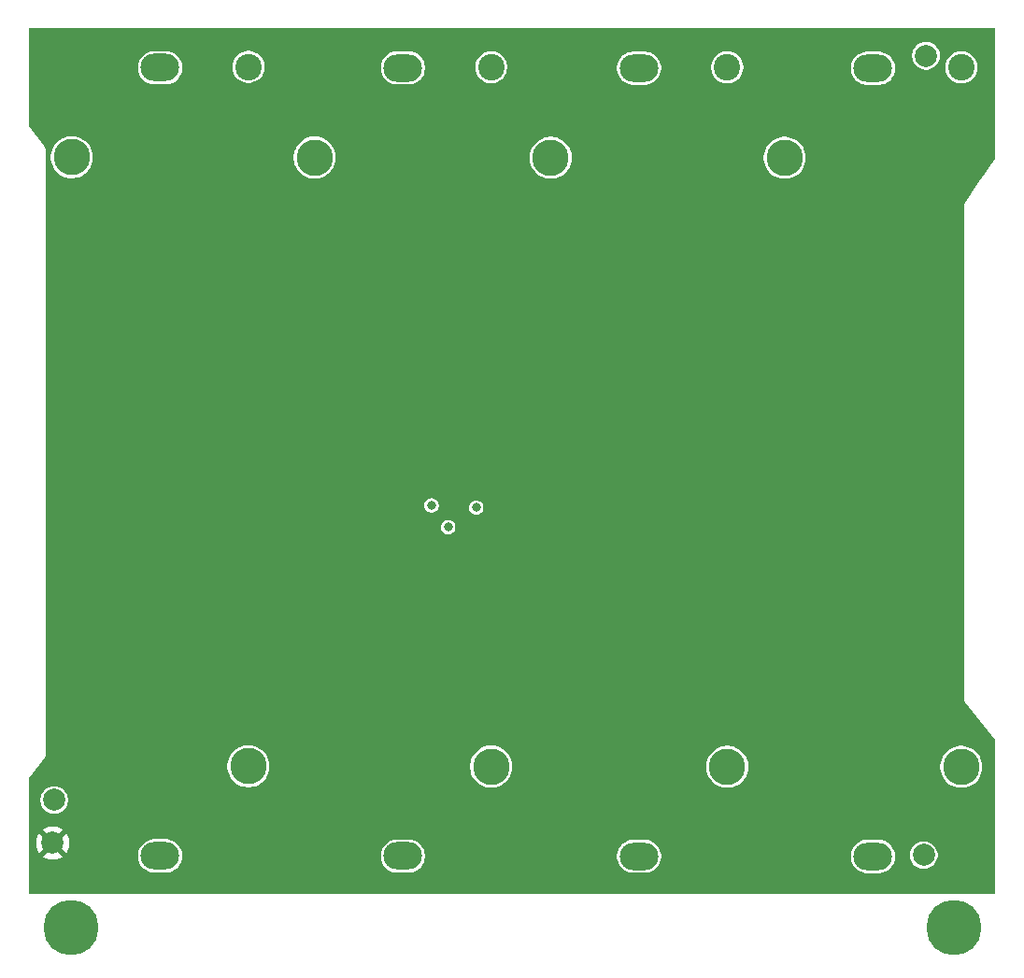
<source format=gbr>
%TF.GenerationSoftware,KiCad,Pcbnew,9.0.0*%
%TF.CreationDate,2025-05-14T15:36:39-07:00*%
%TF.ProjectId,battery_pack_v1a,62617474-6572-4795-9f70-61636b5f7631,rev?*%
%TF.SameCoordinates,Original*%
%TF.FileFunction,Copper,L2,Inr*%
%TF.FilePolarity,Positive*%
%FSLAX46Y46*%
G04 Gerber Fmt 4.6, Leading zero omitted, Abs format (unit mm)*
G04 Created by KiCad (PCBNEW 9.0.0) date 2025-05-14 15:36:39*
%MOMM*%
%LPD*%
G01*
G04 APERTURE LIST*
%TA.AperFunction,ComponentPad*%
%ADD10C,5.000000*%
%TD*%
%TA.AperFunction,ComponentPad*%
%ADD11C,3.300000*%
%TD*%
%TA.AperFunction,ComponentPad*%
%ADD12C,2.400000*%
%TD*%
%TA.AperFunction,ComponentPad*%
%ADD13O,3.500000X2.500000*%
%TD*%
%TA.AperFunction,ComponentPad*%
%ADD14C,2.000000*%
%TD*%
%TA.AperFunction,ViaPad*%
%ADD15C,0.800000*%
%TD*%
G04 APERTURE END LIST*
D10*
%TO.N,Chassis Ground*%
%TO.C,*%
X194500000Y-131530000D03*
%TD*%
D11*
%TO.N,*%
%TO.C,BT3*%
X130600000Y-116950000D03*
X114600000Y-61750000D03*
D12*
X130600000Y-53550000D03*
D13*
%TO.N,BM*%
X122600000Y-53630000D03*
%TO.N,B-*%
X122600000Y-125070000D03*
%TD*%
D14*
%TO.N,B-*%
%TO.C,TP2*%
X113000000Y-120000000D03*
%TD*%
%TO.N,PACK+*%
%TO.C,TP5*%
X192000000Y-52550000D03*
%TD*%
D11*
%TO.N,*%
%TO.C,BT1*%
X152600000Y-116970000D03*
X136600000Y-61770000D03*
D12*
X152600000Y-53570000D03*
D13*
%TO.N,BM*%
X144600000Y-53650000D03*
%TO.N,B-*%
X144600000Y-125090000D03*
%TD*%
D11*
%TO.N,*%
%TO.C,BT2*%
X174000000Y-116990000D03*
X158000000Y-61790000D03*
D12*
X174000000Y-53590000D03*
D13*
%TO.N,PACK+*%
X166000000Y-53670000D03*
%TO.N,BM*%
X166000000Y-125110000D03*
%TD*%
D10*
%TO.N,Chassis Ground*%
%TO.C,*%
X114500000Y-131530000D03*
%TD*%
D14*
%TO.N,PACK-*%
%TO.C,TP4*%
X112860000Y-123900000D03*
%TD*%
%TO.N,BM*%
%TO.C,TP3*%
X191800000Y-125000000D03*
%TD*%
D11*
%TO.N,*%
%TO.C,BT4*%
X195200000Y-117000000D03*
X179200000Y-61800000D03*
D12*
X195200000Y-53600000D03*
D13*
%TO.N,PACK+*%
X187200000Y-53680000D03*
%TO.N,BM*%
X187200000Y-125120000D03*
%TD*%
D15*
%TO.N,/VDD*%
X147190097Y-93301507D03*
X148705560Y-95268460D03*
%TO.N,PACK-*%
X121900000Y-58800000D03*
X182700000Y-108700000D03*
X139800000Y-51400000D03*
X163700000Y-77600000D03*
X169300000Y-64000000D03*
X144500000Y-99600000D03*
X158000000Y-80700000D03*
X158200000Y-78200000D03*
X169700000Y-75900000D03*
X179000000Y-121700000D03*
X144500000Y-100700000D03*
X146000000Y-61000000D03*
X129800000Y-111500000D03*
X183000000Y-128000000D03*
X163700000Y-75200000D03*
X163700000Y-80200000D03*
X147800000Y-118000000D03*
X147500000Y-107900000D03*
X161300000Y-96400000D03*
X168300000Y-83100000D03*
X137000000Y-115500000D03*
X153600000Y-69100000D03*
X118300000Y-116900000D03*
X126700000Y-63900000D03*
X141800000Y-118900000D03*
X165500000Y-63400000D03*
X157775506Y-84775506D03*
X175132930Y-122786059D03*
X158700000Y-99000000D03*
X159925506Y-82625506D03*
X153200000Y-100100000D03*
X169500000Y-77600000D03*
X150200000Y-100000000D03*
X190900000Y-108600000D03*
X130100000Y-58800000D03*
X121400000Y-63700000D03*
X151070035Y-56949400D03*
X140200000Y-55800000D03*
X160800000Y-115900000D03*
X131300000Y-123000000D03*
X154400000Y-94250000D03*
X169300000Y-79500000D03*
X136000000Y-123000000D03*
X135350000Y-56400000D03*
X153600000Y-73900000D03*
X154600000Y-59800000D03*
X175000000Y-127200000D03*
X159200000Y-120700000D03*
X153300000Y-98200000D03*
X144500000Y-118000000D03*
X153800000Y-78300000D03*
X120700000Y-109400000D03*
X147900000Y-99400000D03*
X160100000Y-97800000D03*
X169300000Y-73500000D03*
X129650000Y-51300000D03*
X120200000Y-123300000D03*
X158100000Y-69300000D03*
X127300000Y-115600000D03*
X133300000Y-51300000D03*
X153600000Y-80400000D03*
X144500000Y-98600000D03*
X150000000Y-65000000D03*
X169400000Y-81600000D03*
X144500000Y-96700000D03*
X144500000Y-97700000D03*
X163800000Y-73400000D03*
X158475506Y-84075506D03*
X159125506Y-83425506D03*
X158200000Y-73700000D03*
X144600000Y-115200000D03*
X140000000Y-124000000D03*
X163700000Y-81700000D03*
%TO.N,BM*%
X151250000Y-93500000D03*
%TD*%
%TA.AperFunction,Conductor*%
%TO.N,PACK-*%
G36*
X198241621Y-50020002D02*
G01*
X198288114Y-50073658D01*
X198299500Y-50126000D01*
X198299500Y-61837863D01*
X198279498Y-61905984D01*
X198275284Y-61912133D01*
X196868071Y-63840650D01*
X196868070Y-63840651D01*
X196858239Y-63854122D01*
X196853627Y-63857291D01*
X196834867Y-63886150D01*
X196832846Y-63888921D01*
X196832841Y-63888930D01*
X196814524Y-63914034D01*
X196812784Y-63917788D01*
X196804116Y-63933459D01*
X195550557Y-65862011D01*
X195550558Y-65862012D01*
X195543355Y-65873094D01*
X195530024Y-65886426D01*
X195521827Y-65906213D01*
X195515505Y-65915940D01*
X195515505Y-65915941D01*
X195510157Y-65924169D01*
X195510156Y-65924171D01*
X195509127Y-65929711D01*
X195501660Y-65954902D01*
X195499500Y-65960115D01*
X195499500Y-65969929D01*
X195497380Y-65992943D01*
X195495587Y-66002589D01*
X195495587Y-66002591D01*
X195496756Y-66008097D01*
X195499500Y-66034248D01*
X195499500Y-110988893D01*
X195496322Y-111017497D01*
X195499500Y-111028464D01*
X195499500Y-111039882D01*
X195510512Y-111066469D01*
X195518522Y-111094109D01*
X195525651Y-111103021D01*
X195530022Y-111113572D01*
X195530023Y-111113573D01*
X195530024Y-111113574D01*
X195545443Y-111128993D01*
X195554730Y-111139369D01*
X198271889Y-114535817D01*
X198298825Y-114601506D01*
X198299500Y-114614529D01*
X198299500Y-128374000D01*
X198279498Y-128442121D01*
X198225842Y-128488614D01*
X198173500Y-128500000D01*
X110826500Y-128500000D01*
X110758379Y-128479998D01*
X110711886Y-128426342D01*
X110700500Y-128374000D01*
X110700500Y-123781321D01*
X111352000Y-123781321D01*
X111352000Y-124018678D01*
X111389133Y-124253129D01*
X111462480Y-124478867D01*
X111570246Y-124690368D01*
X111629230Y-124771556D01*
X111629232Y-124771556D01*
X112375841Y-124024946D01*
X112394075Y-124092993D01*
X112459901Y-124207007D01*
X112552993Y-124300099D01*
X112667007Y-124365925D01*
X112735051Y-124384157D01*
X111988442Y-125130766D01*
X112069636Y-125189756D01*
X112069637Y-125189757D01*
X112281132Y-125297519D01*
X112506870Y-125370866D01*
X112741321Y-125408000D01*
X112978679Y-125408000D01*
X113213129Y-125370866D01*
X113438867Y-125297519D01*
X113650367Y-125189754D01*
X113731556Y-125130767D01*
X113731556Y-125130765D01*
X113552384Y-124951593D01*
X120595500Y-124951593D01*
X120595500Y-125188407D01*
X120632546Y-125422305D01*
X120632547Y-125422310D01*
X120705723Y-125647522D01*
X120705725Y-125647527D01*
X120813236Y-125858530D01*
X120813238Y-125858533D01*
X120952433Y-126050118D01*
X121119881Y-126217566D01*
X121170716Y-126254500D01*
X121311470Y-126356764D01*
X121522473Y-126464275D01*
X121747695Y-126537454D01*
X121981593Y-126574500D01*
X121981596Y-126574500D01*
X123218404Y-126574500D01*
X123218407Y-126574500D01*
X123452305Y-126537454D01*
X123677527Y-126464275D01*
X123888530Y-126356764D01*
X124080116Y-126217568D01*
X124247568Y-126050116D01*
X124386764Y-125858530D01*
X124494275Y-125647527D01*
X124567454Y-125422305D01*
X124604500Y-125188407D01*
X124604500Y-124971593D01*
X142595500Y-124971593D01*
X142595500Y-125208407D01*
X142629379Y-125422310D01*
X142632547Y-125442310D01*
X142699227Y-125647528D01*
X142705725Y-125667527D01*
X142813236Y-125878530D01*
X142813238Y-125878533D01*
X142952433Y-126070118D01*
X143119881Y-126237566D01*
X143161175Y-126267568D01*
X143311470Y-126376764D01*
X143522473Y-126484275D01*
X143747695Y-126557454D01*
X143981593Y-126594500D01*
X143981596Y-126594500D01*
X145218404Y-126594500D01*
X145218407Y-126594500D01*
X145452305Y-126557454D01*
X145677527Y-126484275D01*
X145888530Y-126376764D01*
X146080116Y-126237568D01*
X146247568Y-126070116D01*
X146386764Y-125878530D01*
X146494275Y-125667527D01*
X146567454Y-125442305D01*
X146604500Y-125208407D01*
X146604500Y-124991593D01*
X163995500Y-124991593D01*
X163995500Y-125228407D01*
X164029379Y-125442310D01*
X164032547Y-125462310D01*
X164099227Y-125667528D01*
X164105725Y-125687527D01*
X164213236Y-125898530D01*
X164213238Y-125898533D01*
X164352433Y-126090118D01*
X164519881Y-126257566D01*
X164519884Y-126257568D01*
X164711470Y-126396764D01*
X164922473Y-126504275D01*
X165147695Y-126577454D01*
X165381593Y-126614500D01*
X165381596Y-126614500D01*
X166618404Y-126614500D01*
X166618407Y-126614500D01*
X166852305Y-126577454D01*
X167077527Y-126504275D01*
X167288530Y-126396764D01*
X167480116Y-126257568D01*
X167647568Y-126090116D01*
X167786764Y-125898530D01*
X167894275Y-125687527D01*
X167967454Y-125462305D01*
X168004500Y-125228407D01*
X168004500Y-125001593D01*
X185195500Y-125001593D01*
X185195500Y-125238407D01*
X185227795Y-125442310D01*
X185232547Y-125472310D01*
X185302476Y-125687528D01*
X185305725Y-125697527D01*
X185413236Y-125908530D01*
X185413238Y-125908533D01*
X185552433Y-126100118D01*
X185719881Y-126267566D01*
X185719884Y-126267568D01*
X185911470Y-126406764D01*
X186122473Y-126514275D01*
X186347695Y-126587454D01*
X186581593Y-126624500D01*
X186581596Y-126624500D01*
X187818404Y-126624500D01*
X187818407Y-126624500D01*
X188052305Y-126587454D01*
X188277527Y-126514275D01*
X188488530Y-126406764D01*
X188680116Y-126267568D01*
X188847568Y-126100116D01*
X188986764Y-125908530D01*
X189094275Y-125697527D01*
X189167454Y-125472305D01*
X189204500Y-125238407D01*
X189204500Y-125001593D01*
X189188610Y-124901269D01*
X190545500Y-124901269D01*
X190545500Y-125098731D01*
X190576390Y-125293763D01*
X190576391Y-125293768D01*
X190634403Y-125472310D01*
X190637409Y-125481561D01*
X190727056Y-125657501D01*
X190727058Y-125657504D01*
X190734340Y-125667527D01*
X190843121Y-125817252D01*
X190843123Y-125817254D01*
X190843125Y-125817257D01*
X190982742Y-125956874D01*
X190982745Y-125956876D01*
X190982748Y-125956879D01*
X191142499Y-126072944D01*
X191318439Y-126162591D01*
X191506237Y-126223610D01*
X191701269Y-126254500D01*
X191701272Y-126254500D01*
X191898728Y-126254500D01*
X191898731Y-126254500D01*
X192093763Y-126223610D01*
X192281561Y-126162591D01*
X192457501Y-126072944D01*
X192617252Y-125956879D01*
X192756879Y-125817252D01*
X192872944Y-125657501D01*
X192962591Y-125481561D01*
X193023610Y-125293763D01*
X193054500Y-125098731D01*
X193054500Y-124901269D01*
X193023610Y-124706237D01*
X192962591Y-124518439D01*
X192872944Y-124342499D01*
X192756879Y-124182748D01*
X192756876Y-124182745D01*
X192756874Y-124182742D01*
X192617257Y-124043125D01*
X192617254Y-124043123D01*
X192617252Y-124043121D01*
X192478666Y-123942433D01*
X192457504Y-123927058D01*
X192457503Y-123927057D01*
X192457501Y-123927056D01*
X192281561Y-123837409D01*
X192281558Y-123837408D01*
X192281556Y-123837407D01*
X192093768Y-123776391D01*
X192093764Y-123776390D01*
X192093763Y-123776390D01*
X191898731Y-123745500D01*
X191701269Y-123745500D01*
X191506237Y-123776390D01*
X191506231Y-123776391D01*
X191318443Y-123837407D01*
X191318437Y-123837410D01*
X191142495Y-123927058D01*
X190982745Y-124043123D01*
X190982742Y-124043125D01*
X190843125Y-124182742D01*
X190843123Y-124182745D01*
X190727058Y-124342495D01*
X190637410Y-124518437D01*
X190637407Y-124518443D01*
X190576391Y-124706231D01*
X190576390Y-124706236D01*
X190576390Y-124706237D01*
X190545500Y-124901269D01*
X189188610Y-124901269D01*
X189167454Y-124767695D01*
X189094275Y-124542473D01*
X188986764Y-124331470D01*
X188878711Y-124182748D01*
X188847566Y-124139881D01*
X188680118Y-123972433D01*
X188488533Y-123833238D01*
X188488532Y-123833237D01*
X188488530Y-123833236D01*
X188277527Y-123725725D01*
X188277524Y-123725724D01*
X188277522Y-123725723D01*
X188052310Y-123652547D01*
X188052306Y-123652546D01*
X188052305Y-123652546D01*
X187818407Y-123615500D01*
X186581593Y-123615500D01*
X186347695Y-123652546D01*
X186347689Y-123652547D01*
X186122477Y-123725723D01*
X186122471Y-123725726D01*
X185911466Y-123833238D01*
X185719881Y-123972433D01*
X185552433Y-124139881D01*
X185413238Y-124331466D01*
X185305726Y-124542471D01*
X185305723Y-124542477D01*
X185232547Y-124767689D01*
X185232546Y-124767694D01*
X185232546Y-124767695D01*
X185195500Y-125001593D01*
X168004500Y-125001593D01*
X168004500Y-124991593D01*
X167967454Y-124757695D01*
X167894275Y-124532473D01*
X167786764Y-124321470D01*
X167685972Y-124182742D01*
X167647566Y-124129881D01*
X167480118Y-123962433D01*
X167288533Y-123823238D01*
X167288532Y-123823237D01*
X167288530Y-123823236D01*
X167077527Y-123715725D01*
X167077524Y-123715724D01*
X167077522Y-123715723D01*
X166852310Y-123642547D01*
X166852306Y-123642546D01*
X166852305Y-123642546D01*
X166618407Y-123605500D01*
X165381593Y-123605500D01*
X165147695Y-123642546D01*
X165147689Y-123642547D01*
X164922477Y-123715723D01*
X164922471Y-123715726D01*
X164711466Y-123823238D01*
X164519881Y-123962433D01*
X164352433Y-124129881D01*
X164213238Y-124321466D01*
X164105726Y-124532471D01*
X164105723Y-124532477D01*
X164032547Y-124757689D01*
X164032546Y-124757694D01*
X164032546Y-124757695D01*
X163995500Y-124991593D01*
X146604500Y-124991593D01*
X146604500Y-124971593D01*
X146567454Y-124737695D01*
X146494275Y-124512473D01*
X146386764Y-124301470D01*
X146300503Y-124182742D01*
X146247566Y-124109881D01*
X146080118Y-123942433D01*
X145888533Y-123803238D01*
X145888532Y-123803237D01*
X145888530Y-123803236D01*
X145677527Y-123695725D01*
X145677524Y-123695724D01*
X145677522Y-123695723D01*
X145452310Y-123622547D01*
X145452306Y-123622546D01*
X145452305Y-123622546D01*
X145218407Y-123585500D01*
X143981593Y-123585500D01*
X143747695Y-123622546D01*
X143747689Y-123622547D01*
X143522477Y-123695723D01*
X143522471Y-123695726D01*
X143311466Y-123803238D01*
X143119881Y-123942433D01*
X142952433Y-124109881D01*
X142813238Y-124301466D01*
X142705726Y-124512471D01*
X142705723Y-124512477D01*
X142632547Y-124737689D01*
X142632546Y-124737694D01*
X142632546Y-124737695D01*
X142595500Y-124971593D01*
X124604500Y-124971593D01*
X124604500Y-124951593D01*
X124567454Y-124717695D01*
X124494275Y-124492473D01*
X124386764Y-124281470D01*
X124247568Y-124089884D01*
X124247566Y-124089881D01*
X124080118Y-123922433D01*
X123888533Y-123783238D01*
X123888532Y-123783237D01*
X123888530Y-123783236D01*
X123677527Y-123675725D01*
X123677524Y-123675724D01*
X123677522Y-123675723D01*
X123452310Y-123602547D01*
X123452306Y-123602546D01*
X123452305Y-123602546D01*
X123218407Y-123565500D01*
X121981593Y-123565500D01*
X121747695Y-123602546D01*
X121747689Y-123602547D01*
X121522477Y-123675723D01*
X121522471Y-123675726D01*
X121311466Y-123783238D01*
X121119881Y-123922433D01*
X120952433Y-124089881D01*
X120813238Y-124281466D01*
X120705726Y-124492471D01*
X120705723Y-124492477D01*
X120632547Y-124717689D01*
X120632546Y-124717694D01*
X120632546Y-124717695D01*
X120595500Y-124951593D01*
X113552384Y-124951593D01*
X112984948Y-124384157D01*
X113052993Y-124365925D01*
X113167007Y-124300099D01*
X113260099Y-124207007D01*
X113325925Y-124092993D01*
X113344157Y-124024948D01*
X114090765Y-124771556D01*
X114090767Y-124771556D01*
X114149754Y-124690367D01*
X114257519Y-124478867D01*
X114330866Y-124253129D01*
X114368000Y-124018678D01*
X114368000Y-123781321D01*
X114330866Y-123546870D01*
X114257519Y-123321132D01*
X114149757Y-123109637D01*
X114149756Y-123109636D01*
X114090766Y-123028442D01*
X113344157Y-123775051D01*
X113325925Y-123707007D01*
X113260099Y-123592993D01*
X113167007Y-123499901D01*
X113052993Y-123434075D01*
X112984946Y-123415841D01*
X113731556Y-122669232D01*
X113731556Y-122669230D01*
X113650368Y-122610246D01*
X113438867Y-122502480D01*
X113213129Y-122429133D01*
X112978679Y-122392000D01*
X112741321Y-122392000D01*
X112506870Y-122429133D01*
X112281132Y-122502480D01*
X112069634Y-122610243D01*
X111988442Y-122669231D01*
X112735052Y-123415841D01*
X112667007Y-123434075D01*
X112552993Y-123499901D01*
X112459901Y-123592993D01*
X112394075Y-123707007D01*
X112375841Y-123775052D01*
X111629231Y-123028442D01*
X111570243Y-123109634D01*
X111462480Y-123321132D01*
X111389133Y-123546870D01*
X111352000Y-123781321D01*
X110700500Y-123781321D01*
X110700500Y-119901269D01*
X111745500Y-119901269D01*
X111745500Y-120098731D01*
X111776390Y-120293763D01*
X111776391Y-120293768D01*
X111837407Y-120481556D01*
X111837409Y-120481561D01*
X111927056Y-120657501D01*
X112043121Y-120817252D01*
X112043123Y-120817254D01*
X112043125Y-120817257D01*
X112182742Y-120956874D01*
X112182745Y-120956876D01*
X112182748Y-120956879D01*
X112342499Y-121072944D01*
X112518439Y-121162591D01*
X112706237Y-121223610D01*
X112901269Y-121254500D01*
X112901272Y-121254500D01*
X113098728Y-121254500D01*
X113098731Y-121254500D01*
X113293763Y-121223610D01*
X113481561Y-121162591D01*
X113657501Y-121072944D01*
X113817252Y-120956879D01*
X113956879Y-120817252D01*
X114072944Y-120657501D01*
X114162591Y-120481561D01*
X114223610Y-120293763D01*
X114254500Y-120098731D01*
X114254500Y-119901269D01*
X114223610Y-119706237D01*
X114162591Y-119518439D01*
X114072944Y-119342499D01*
X113956879Y-119182748D01*
X113956876Y-119182745D01*
X113956874Y-119182742D01*
X113817257Y-119043125D01*
X113817254Y-119043123D01*
X113817252Y-119043121D01*
X113657501Y-118927056D01*
X113481561Y-118837409D01*
X113481558Y-118837408D01*
X113481556Y-118837407D01*
X113293768Y-118776391D01*
X113293764Y-118776390D01*
X113293763Y-118776390D01*
X113098731Y-118745500D01*
X112901269Y-118745500D01*
X112706237Y-118776390D01*
X112706231Y-118776391D01*
X112518443Y-118837407D01*
X112518437Y-118837410D01*
X112342495Y-118927058D01*
X112182745Y-119043123D01*
X112182742Y-119043125D01*
X112043125Y-119182742D01*
X112043123Y-119182745D01*
X111927058Y-119342495D01*
X111837410Y-119518437D01*
X111837407Y-119518443D01*
X111776391Y-119706231D01*
X111776390Y-119706236D01*
X111776390Y-119706237D01*
X111745500Y-119901269D01*
X110700500Y-119901269D01*
X110700500Y-118108832D01*
X110720502Y-118040711D01*
X110725690Y-118033245D01*
X111631746Y-116825170D01*
X128695500Y-116825170D01*
X128695500Y-117074829D01*
X128728085Y-117322339D01*
X128728086Y-117322345D01*
X128728087Y-117322347D01*
X128792702Y-117563495D01*
X128888241Y-117794146D01*
X128888242Y-117794147D01*
X128888247Y-117794157D01*
X129013071Y-118010359D01*
X129165044Y-118208412D01*
X129165063Y-118208433D01*
X129341566Y-118384936D01*
X129341576Y-118384945D01*
X129341582Y-118384951D01*
X129341585Y-118384953D01*
X129341587Y-118384955D01*
X129539640Y-118536928D01*
X129626243Y-118586928D01*
X129755854Y-118661759D01*
X129986505Y-118757298D01*
X130227653Y-118821913D01*
X130227659Y-118821913D01*
X130227660Y-118821914D01*
X130256059Y-118825652D01*
X130475173Y-118854500D01*
X130475180Y-118854500D01*
X130724820Y-118854500D01*
X130724827Y-118854500D01*
X130972347Y-118821913D01*
X131213495Y-118757298D01*
X131444146Y-118661759D01*
X131660354Y-118536931D01*
X131660354Y-118536930D01*
X131660359Y-118536928D01*
X131775379Y-118448668D01*
X131858418Y-118384951D01*
X132034951Y-118208418D01*
X132111366Y-118108832D01*
X132186928Y-118010359D01*
X132186931Y-118010354D01*
X132311759Y-117794146D01*
X132407298Y-117563495D01*
X132471913Y-117322347D01*
X132504500Y-117074827D01*
X132504500Y-116845170D01*
X150695500Y-116845170D01*
X150695500Y-117094829D01*
X150728085Y-117342339D01*
X150728086Y-117342345D01*
X150728087Y-117342347D01*
X150792702Y-117583495D01*
X150888241Y-117814146D01*
X150888242Y-117814147D01*
X150888247Y-117814157D01*
X151013071Y-118030359D01*
X151165044Y-118228412D01*
X151165063Y-118228433D01*
X151341566Y-118404936D01*
X151341576Y-118404945D01*
X151341582Y-118404951D01*
X151341585Y-118404953D01*
X151341587Y-118404955D01*
X151539640Y-118556928D01*
X151591602Y-118586928D01*
X151755854Y-118681759D01*
X151986505Y-118777298D01*
X152227653Y-118841913D01*
X152227659Y-118841913D01*
X152227660Y-118841914D01*
X152256059Y-118845652D01*
X152475173Y-118874500D01*
X152475180Y-118874500D01*
X152724820Y-118874500D01*
X152724827Y-118874500D01*
X152972347Y-118841913D01*
X153213495Y-118777298D01*
X153444146Y-118681759D01*
X153660354Y-118556931D01*
X153660354Y-118556930D01*
X153660359Y-118556928D01*
X153819321Y-118434951D01*
X153858418Y-118404951D01*
X154034951Y-118228418D01*
X154158940Y-118066833D01*
X154186928Y-118030359D01*
X154198478Y-118010354D01*
X154311759Y-117814146D01*
X154407298Y-117583495D01*
X154471913Y-117342347D01*
X154504500Y-117094827D01*
X154504500Y-116865170D01*
X172095500Y-116865170D01*
X172095500Y-117114829D01*
X172128085Y-117362339D01*
X172128086Y-117362345D01*
X172128087Y-117362347D01*
X172192702Y-117603495D01*
X172288241Y-117834146D01*
X172288242Y-117834147D01*
X172288247Y-117834157D01*
X172413071Y-118050359D01*
X172565044Y-118248412D01*
X172565063Y-118248433D01*
X172741566Y-118424936D01*
X172741576Y-118424945D01*
X172741582Y-118424951D01*
X172741585Y-118424953D01*
X172741587Y-118424955D01*
X172939640Y-118576928D01*
X173086572Y-118661759D01*
X173155854Y-118701759D01*
X173386505Y-118797298D01*
X173627653Y-118861913D01*
X173627659Y-118861913D01*
X173627660Y-118861914D01*
X173656059Y-118865652D01*
X173875173Y-118894500D01*
X173875180Y-118894500D01*
X174124820Y-118894500D01*
X174124827Y-118894500D01*
X174372347Y-118861913D01*
X174613495Y-118797298D01*
X174844146Y-118701759D01*
X175060354Y-118576931D01*
X175060354Y-118576930D01*
X175060359Y-118576928D01*
X175175379Y-118488668D01*
X175258418Y-118424951D01*
X175434951Y-118248418D01*
X175498668Y-118165379D01*
X175586928Y-118050359D01*
X175610025Y-118010354D01*
X175711759Y-117834146D01*
X175807298Y-117603495D01*
X175871913Y-117362347D01*
X175904500Y-117114827D01*
X175904500Y-116875170D01*
X193295500Y-116875170D01*
X193295500Y-117124829D01*
X193328085Y-117372339D01*
X193328086Y-117372345D01*
X193328087Y-117372347D01*
X193392702Y-117613495D01*
X193488241Y-117844146D01*
X193488242Y-117844147D01*
X193488247Y-117844157D01*
X193613071Y-118060359D01*
X193765044Y-118258412D01*
X193765063Y-118258433D01*
X193941566Y-118434936D01*
X193941576Y-118434945D01*
X193941582Y-118434951D01*
X193941585Y-118434953D01*
X193941587Y-118434955D01*
X194139640Y-118586928D01*
X194326881Y-118695031D01*
X194355854Y-118711759D01*
X194586505Y-118807298D01*
X194827653Y-118871913D01*
X194827659Y-118871913D01*
X194827660Y-118871914D01*
X194847295Y-118874499D01*
X195075173Y-118904500D01*
X195075180Y-118904500D01*
X195324820Y-118904500D01*
X195324827Y-118904500D01*
X195572347Y-118871913D01*
X195813495Y-118807298D01*
X196044146Y-118711759D01*
X196260354Y-118586931D01*
X196260354Y-118586930D01*
X196260359Y-118586928D01*
X196375379Y-118498668D01*
X196458418Y-118434951D01*
X196634951Y-118258418D01*
X196698668Y-118175379D01*
X196786928Y-118060359D01*
X196786931Y-118060354D01*
X196911759Y-117844146D01*
X197007298Y-117613495D01*
X197071913Y-117372347D01*
X197104500Y-117124827D01*
X197104500Y-116875173D01*
X197071913Y-116627653D01*
X197007298Y-116386505D01*
X196911759Y-116155854D01*
X196882890Y-116105852D01*
X196786928Y-115939640D01*
X196634955Y-115741587D01*
X196634953Y-115741585D01*
X196634951Y-115741582D01*
X196634945Y-115741576D01*
X196634936Y-115741566D01*
X196458433Y-115565063D01*
X196458412Y-115565044D01*
X196260359Y-115413071D01*
X196044157Y-115288247D01*
X196044152Y-115288244D01*
X196044146Y-115288241D01*
X195813495Y-115192702D01*
X195572347Y-115128087D01*
X195572345Y-115128086D01*
X195572339Y-115128085D01*
X195324829Y-115095500D01*
X195324827Y-115095500D01*
X195075173Y-115095500D01*
X195075170Y-115095500D01*
X194827660Y-115128085D01*
X194698467Y-115162702D01*
X194586505Y-115192702D01*
X194428281Y-115258241D01*
X194355852Y-115288242D01*
X194355842Y-115288247D01*
X194139640Y-115413071D01*
X193941587Y-115565044D01*
X193941566Y-115565063D01*
X193765063Y-115741566D01*
X193765044Y-115741587D01*
X193613071Y-115939640D01*
X193488247Y-116155842D01*
X193488242Y-116155852D01*
X193392702Y-116386505D01*
X193328085Y-116627660D01*
X193295500Y-116875170D01*
X175904500Y-116875170D01*
X175904500Y-116865173D01*
X175875652Y-116646059D01*
X175871914Y-116617660D01*
X175871913Y-116617659D01*
X175871913Y-116617653D01*
X175807298Y-116376505D01*
X175711759Y-116145854D01*
X175592701Y-115939640D01*
X175586928Y-115929640D01*
X175434955Y-115731587D01*
X175434953Y-115731585D01*
X175434951Y-115731582D01*
X175434945Y-115731576D01*
X175434936Y-115731566D01*
X175258433Y-115555063D01*
X175258412Y-115555044D01*
X175060359Y-115403071D01*
X174844157Y-115278247D01*
X174844152Y-115278244D01*
X174844146Y-115278241D01*
X174613495Y-115182702D01*
X174372347Y-115118087D01*
X174372345Y-115118086D01*
X174372339Y-115118085D01*
X174124829Y-115085500D01*
X174124827Y-115085500D01*
X173875173Y-115085500D01*
X173875170Y-115085500D01*
X173627660Y-115118085D01*
X173590332Y-115128087D01*
X173386505Y-115182702D01*
X173252423Y-115238241D01*
X173155852Y-115278242D01*
X173155842Y-115278247D01*
X172939640Y-115403071D01*
X172741587Y-115555044D01*
X172741566Y-115555063D01*
X172565063Y-115731566D01*
X172565044Y-115731587D01*
X172413071Y-115929640D01*
X172288247Y-116145842D01*
X172288242Y-116145852D01*
X172192702Y-116376505D01*
X172128085Y-116617660D01*
X172095500Y-116865170D01*
X154504500Y-116865170D01*
X154504500Y-116845173D01*
X154471913Y-116597653D01*
X154407298Y-116356505D01*
X154311759Y-116125854D01*
X154204248Y-115939640D01*
X154186928Y-115909640D01*
X154034955Y-115711587D01*
X154034953Y-115711585D01*
X154034951Y-115711582D01*
X154034945Y-115711576D01*
X154034936Y-115711566D01*
X153858433Y-115535063D01*
X153858412Y-115535044D01*
X153660359Y-115383071D01*
X153444157Y-115258247D01*
X153444152Y-115258244D01*
X153444146Y-115258241D01*
X153213495Y-115162702D01*
X152972347Y-115098087D01*
X152972345Y-115098086D01*
X152972339Y-115098085D01*
X152724829Y-115065500D01*
X152724827Y-115065500D01*
X152475173Y-115065500D01*
X152475170Y-115065500D01*
X152227660Y-115098085D01*
X151986505Y-115162702D01*
X151755852Y-115258242D01*
X151755842Y-115258247D01*
X151539640Y-115383071D01*
X151341587Y-115535044D01*
X151341566Y-115535063D01*
X151165063Y-115711566D01*
X151165044Y-115711587D01*
X151013071Y-115909640D01*
X150888247Y-116125842D01*
X150888242Y-116125852D01*
X150888241Y-116125854D01*
X150875815Y-116155854D01*
X150792702Y-116356505D01*
X150728085Y-116597660D01*
X150695500Y-116845170D01*
X132504500Y-116845170D01*
X132504500Y-116825173D01*
X132471913Y-116577653D01*
X132407298Y-116336505D01*
X132311759Y-116105854D01*
X132215795Y-115939640D01*
X132186928Y-115889640D01*
X132034955Y-115691587D01*
X132034953Y-115691585D01*
X132034951Y-115691582D01*
X132034945Y-115691576D01*
X132034936Y-115691566D01*
X131858433Y-115515063D01*
X131858412Y-115515044D01*
X131660359Y-115363071D01*
X131444157Y-115238247D01*
X131444152Y-115238244D01*
X131444146Y-115238241D01*
X131213495Y-115142702D01*
X130972347Y-115078087D01*
X130972345Y-115078086D01*
X130972339Y-115078085D01*
X130724829Y-115045500D01*
X130724827Y-115045500D01*
X130475173Y-115045500D01*
X130475170Y-115045500D01*
X130227660Y-115078085D01*
X129986505Y-115142702D01*
X129755852Y-115238242D01*
X129755842Y-115238247D01*
X129539640Y-115363071D01*
X129341587Y-115515044D01*
X129341566Y-115515063D01*
X129165063Y-115691566D01*
X129165044Y-115691587D01*
X129013071Y-115889640D01*
X128888247Y-116105842D01*
X128888242Y-116105852D01*
X128888241Y-116105854D01*
X128867535Y-116155842D01*
X128792702Y-116336505D01*
X128728085Y-116577660D01*
X128695500Y-116825170D01*
X111631746Y-116825170D01*
X112151848Y-116131701D01*
X112169976Y-116113574D01*
X112175566Y-116100077D01*
X112184329Y-116088394D01*
X112188468Y-116072237D01*
X112194112Y-116055302D01*
X112200500Y-116039882D01*
X112200500Y-116025275D01*
X112204125Y-116011126D01*
X112200500Y-115985750D01*
X112200500Y-95203994D01*
X148051060Y-95203994D01*
X148051060Y-95203997D01*
X148051060Y-95332923D01*
X148076212Y-95459371D01*
X148125549Y-95578482D01*
X148173409Y-95650109D01*
X148197176Y-95685679D01*
X148197181Y-95685685D01*
X148288334Y-95776838D01*
X148288340Y-95776843D01*
X148395538Y-95848471D01*
X148514649Y-95897808D01*
X148641097Y-95922960D01*
X148641098Y-95922960D01*
X148770022Y-95922960D01*
X148770023Y-95922960D01*
X148896471Y-95897808D01*
X149015582Y-95848471D01*
X149122780Y-95776843D01*
X149213943Y-95685680D01*
X149285571Y-95578482D01*
X149334908Y-95459371D01*
X149360060Y-95332923D01*
X149360060Y-95203997D01*
X149334908Y-95077549D01*
X149285571Y-94958438D01*
X149213943Y-94851240D01*
X149213938Y-94851234D01*
X149122785Y-94760081D01*
X149122779Y-94760076D01*
X149087209Y-94736309D01*
X149015582Y-94688449D01*
X148896471Y-94639112D01*
X148770025Y-94613960D01*
X148770023Y-94613960D01*
X148641097Y-94613960D01*
X148641094Y-94613960D01*
X148514648Y-94639112D01*
X148514643Y-94639114D01*
X148395538Y-94688449D01*
X148288340Y-94760076D01*
X148288334Y-94760081D01*
X148197181Y-94851234D01*
X148197176Y-94851240D01*
X148125549Y-94958438D01*
X148076214Y-95077543D01*
X148076212Y-95077548D01*
X148051060Y-95203994D01*
X112200500Y-95203994D01*
X112200500Y-93237041D01*
X146535597Y-93237041D01*
X146535597Y-93237044D01*
X146535597Y-93365970D01*
X146560749Y-93492418D01*
X146610086Y-93611529D01*
X146657946Y-93683156D01*
X146681713Y-93718726D01*
X146681718Y-93718732D01*
X146772871Y-93809885D01*
X146772877Y-93809890D01*
X146880075Y-93881518D01*
X146999186Y-93930855D01*
X147125634Y-93956007D01*
X147125635Y-93956007D01*
X147254559Y-93956007D01*
X147254560Y-93956007D01*
X147381008Y-93930855D01*
X147500119Y-93881518D01*
X147607317Y-93809890D01*
X147698480Y-93718727D01*
X147770108Y-93611529D01*
X147819445Y-93492418D01*
X147830760Y-93435534D01*
X150595500Y-93435534D01*
X150595500Y-93435537D01*
X150595500Y-93564463D01*
X150620652Y-93690911D01*
X150669989Y-93810022D01*
X150717761Y-93881517D01*
X150741616Y-93917219D01*
X150741621Y-93917225D01*
X150832774Y-94008378D01*
X150832780Y-94008383D01*
X150939978Y-94080011D01*
X151059089Y-94129348D01*
X151185537Y-94154500D01*
X151185538Y-94154500D01*
X151314462Y-94154500D01*
X151314463Y-94154500D01*
X151440911Y-94129348D01*
X151560022Y-94080011D01*
X151667220Y-94008383D01*
X151758383Y-93917220D01*
X151830011Y-93810022D01*
X151879348Y-93690911D01*
X151904500Y-93564463D01*
X151904500Y-93435537D01*
X151879348Y-93309089D01*
X151830011Y-93189978D01*
X151758383Y-93082780D01*
X151758378Y-93082774D01*
X151667225Y-92991621D01*
X151667219Y-92991616D01*
X151631649Y-92967849D01*
X151560022Y-92919989D01*
X151440911Y-92870652D01*
X151314465Y-92845500D01*
X151314463Y-92845500D01*
X151185537Y-92845500D01*
X151185534Y-92845500D01*
X151059088Y-92870652D01*
X151059083Y-92870654D01*
X150939978Y-92919989D01*
X150832780Y-92991616D01*
X150832774Y-92991621D01*
X150741621Y-93082774D01*
X150741616Y-93082780D01*
X150669989Y-93189978D01*
X150620654Y-93309083D01*
X150620652Y-93309088D01*
X150595500Y-93435534D01*
X147830760Y-93435534D01*
X147844597Y-93365970D01*
X147844597Y-93237044D01*
X147819445Y-93110596D01*
X147770108Y-92991485D01*
X147698480Y-92884287D01*
X147698475Y-92884281D01*
X147607322Y-92793128D01*
X147607316Y-92793123D01*
X147571746Y-92769356D01*
X147500119Y-92721496D01*
X147381008Y-92672159D01*
X147254562Y-92647007D01*
X147254560Y-92647007D01*
X147125634Y-92647007D01*
X147125631Y-92647007D01*
X146999185Y-92672159D01*
X146999180Y-92672161D01*
X146880075Y-92721496D01*
X146772877Y-92793123D01*
X146772871Y-92793128D01*
X146681718Y-92884281D01*
X146681713Y-92884287D01*
X146610086Y-92991485D01*
X146560751Y-93110590D01*
X146560749Y-93110595D01*
X146535597Y-93237041D01*
X112200500Y-93237041D01*
X112200500Y-61625170D01*
X112695500Y-61625170D01*
X112695500Y-61874829D01*
X112728085Y-62122339D01*
X112728086Y-62122345D01*
X112728087Y-62122347D01*
X112792702Y-62363495D01*
X112888241Y-62594146D01*
X112888242Y-62594147D01*
X112888247Y-62594157D01*
X113013071Y-62810359D01*
X113165044Y-63008412D01*
X113165063Y-63008433D01*
X113341566Y-63184936D01*
X113341576Y-63184945D01*
X113341582Y-63184951D01*
X113341585Y-63184953D01*
X113341587Y-63184955D01*
X113539640Y-63336928D01*
X113626243Y-63386928D01*
X113755854Y-63461759D01*
X113986505Y-63557298D01*
X114227653Y-63621913D01*
X114227659Y-63621913D01*
X114227660Y-63621914D01*
X114256059Y-63625652D01*
X114475173Y-63654500D01*
X114475180Y-63654500D01*
X114724820Y-63654500D01*
X114724827Y-63654500D01*
X114972347Y-63621913D01*
X115213495Y-63557298D01*
X115444146Y-63461759D01*
X115660354Y-63336931D01*
X115660354Y-63336930D01*
X115660359Y-63336928D01*
X115775379Y-63248668D01*
X115858418Y-63184951D01*
X116034951Y-63008418D01*
X116148565Y-62860354D01*
X116186928Y-62810359D01*
X116282885Y-62644157D01*
X116311759Y-62594146D01*
X116407298Y-62363495D01*
X116471913Y-62122347D01*
X116504500Y-61874827D01*
X116504500Y-61645170D01*
X134695500Y-61645170D01*
X134695500Y-61894829D01*
X134728085Y-62142339D01*
X134728086Y-62142345D01*
X134728087Y-62142347D01*
X134792702Y-62383495D01*
X134888241Y-62614146D01*
X134888242Y-62614147D01*
X134888247Y-62614157D01*
X135013071Y-62830359D01*
X135165044Y-63028412D01*
X135165063Y-63028433D01*
X135341566Y-63204936D01*
X135341576Y-63204945D01*
X135341582Y-63204951D01*
X135341585Y-63204953D01*
X135341587Y-63204955D01*
X135539640Y-63356928D01*
X135591602Y-63386928D01*
X135755854Y-63481759D01*
X135986505Y-63577298D01*
X136227653Y-63641913D01*
X136227659Y-63641913D01*
X136227660Y-63641914D01*
X136256059Y-63645652D01*
X136475173Y-63674500D01*
X136475180Y-63674500D01*
X136724820Y-63674500D01*
X136724827Y-63674500D01*
X136972347Y-63641913D01*
X137213495Y-63577298D01*
X137444146Y-63481759D01*
X137660354Y-63356931D01*
X137660354Y-63356930D01*
X137660359Y-63356928D01*
X137819321Y-63234951D01*
X137858418Y-63204951D01*
X138034951Y-63028418D01*
X138098668Y-62945379D01*
X138186928Y-62830359D01*
X138294432Y-62644157D01*
X138311759Y-62614146D01*
X138407298Y-62383495D01*
X138471913Y-62142347D01*
X138504500Y-61894827D01*
X138504500Y-61665170D01*
X156095500Y-61665170D01*
X156095500Y-61914829D01*
X156128085Y-62162339D01*
X156128086Y-62162345D01*
X156128087Y-62162347D01*
X156192702Y-62403495D01*
X156288241Y-62634146D01*
X156288242Y-62634147D01*
X156288247Y-62634157D01*
X156413071Y-62850359D01*
X156565044Y-63048412D01*
X156565063Y-63048433D01*
X156741566Y-63224936D01*
X156741576Y-63224945D01*
X156741582Y-63224951D01*
X156741585Y-63224953D01*
X156741587Y-63224955D01*
X156939640Y-63376928D01*
X157086572Y-63461759D01*
X157155854Y-63501759D01*
X157386505Y-63597298D01*
X157627653Y-63661913D01*
X157627659Y-63661913D01*
X157627660Y-63661914D01*
X157656059Y-63665652D01*
X157875173Y-63694500D01*
X157875180Y-63694500D01*
X158124820Y-63694500D01*
X158124827Y-63694500D01*
X158372347Y-63661913D01*
X158613495Y-63597298D01*
X158844146Y-63501759D01*
X159060354Y-63376931D01*
X159060354Y-63376930D01*
X159060359Y-63376928D01*
X159175379Y-63288668D01*
X159258418Y-63224951D01*
X159434951Y-63048418D01*
X159498668Y-62965379D01*
X159586928Y-62850359D01*
X159705979Y-62644157D01*
X159711759Y-62634146D01*
X159807298Y-62403495D01*
X159871913Y-62162347D01*
X159904500Y-61914827D01*
X159904500Y-61675170D01*
X177295500Y-61675170D01*
X177295500Y-61924829D01*
X177328085Y-62172339D01*
X177328086Y-62172345D01*
X177328087Y-62172347D01*
X177392702Y-62413495D01*
X177488241Y-62644146D01*
X177488242Y-62644147D01*
X177488247Y-62644157D01*
X177613071Y-62860359D01*
X177765044Y-63058412D01*
X177765063Y-63058433D01*
X177941566Y-63234936D01*
X177941576Y-63234945D01*
X177941582Y-63234951D01*
X177941585Y-63234953D01*
X177941587Y-63234955D01*
X178139640Y-63386928D01*
X178326881Y-63495031D01*
X178355854Y-63511759D01*
X178586505Y-63607298D01*
X178827653Y-63671913D01*
X178827659Y-63671913D01*
X178827660Y-63671914D01*
X178847295Y-63674499D01*
X179075173Y-63704500D01*
X179075180Y-63704500D01*
X179324820Y-63704500D01*
X179324827Y-63704500D01*
X179572347Y-63671913D01*
X179813495Y-63607298D01*
X180044146Y-63511759D01*
X180260354Y-63386931D01*
X180260354Y-63386930D01*
X180260359Y-63386928D01*
X180375379Y-63298668D01*
X180458418Y-63234951D01*
X180634951Y-63058418D01*
X180698668Y-62975379D01*
X180786928Y-62860359D01*
X180786931Y-62860354D01*
X180911759Y-62644146D01*
X181007298Y-62413495D01*
X181071913Y-62172347D01*
X181104500Y-61924827D01*
X181104500Y-61675173D01*
X181071913Y-61427653D01*
X181007298Y-61186505D01*
X180911759Y-60955854D01*
X180882890Y-60905852D01*
X180786928Y-60739640D01*
X180634955Y-60541587D01*
X180634953Y-60541585D01*
X180634951Y-60541582D01*
X180634945Y-60541576D01*
X180634936Y-60541566D01*
X180458433Y-60365063D01*
X180458412Y-60365044D01*
X180260359Y-60213071D01*
X180044157Y-60088247D01*
X180044152Y-60088244D01*
X180044146Y-60088241D01*
X179813495Y-59992702D01*
X179572347Y-59928087D01*
X179572345Y-59928086D01*
X179572339Y-59928085D01*
X179324829Y-59895500D01*
X179324827Y-59895500D01*
X179075173Y-59895500D01*
X179075170Y-59895500D01*
X178827660Y-59928085D01*
X178698467Y-59962702D01*
X178586505Y-59992702D01*
X178428281Y-60058241D01*
X178355852Y-60088242D01*
X178355842Y-60088247D01*
X178139640Y-60213071D01*
X177941587Y-60365044D01*
X177941566Y-60365063D01*
X177765063Y-60541566D01*
X177765044Y-60541587D01*
X177613071Y-60739640D01*
X177488247Y-60955842D01*
X177488242Y-60955852D01*
X177392702Y-61186505D01*
X177328085Y-61427660D01*
X177295500Y-61675170D01*
X159904500Y-61675170D01*
X159904500Y-61665173D01*
X159875652Y-61446059D01*
X159871914Y-61417660D01*
X159871913Y-61417659D01*
X159871913Y-61417653D01*
X159807298Y-61176505D01*
X159711759Y-60945854D01*
X159586931Y-60729646D01*
X159586928Y-60729640D01*
X159434955Y-60531587D01*
X159434953Y-60531585D01*
X159434951Y-60531582D01*
X159434945Y-60531576D01*
X159434936Y-60531566D01*
X159258433Y-60355063D01*
X159258412Y-60355044D01*
X159060359Y-60203071D01*
X158844157Y-60078247D01*
X158844152Y-60078244D01*
X158844146Y-60078241D01*
X158613495Y-59982702D01*
X158372347Y-59918087D01*
X158372345Y-59918086D01*
X158372339Y-59918085D01*
X158124829Y-59885500D01*
X158124827Y-59885500D01*
X157875173Y-59885500D01*
X157875170Y-59885500D01*
X157627660Y-59918085D01*
X157590332Y-59928087D01*
X157386505Y-59982702D01*
X157252423Y-60038241D01*
X157155852Y-60078242D01*
X157155842Y-60078247D01*
X156939640Y-60203071D01*
X156741587Y-60355044D01*
X156741566Y-60355063D01*
X156565063Y-60531566D01*
X156565044Y-60531587D01*
X156413071Y-60729640D01*
X156288247Y-60945842D01*
X156288242Y-60945852D01*
X156288241Y-60945854D01*
X156270421Y-60988875D01*
X156192702Y-61176505D01*
X156128085Y-61417660D01*
X156095500Y-61665170D01*
X138504500Y-61665170D01*
X138504500Y-61645173D01*
X138471913Y-61397653D01*
X138407298Y-61156505D01*
X138311759Y-60925854D01*
X138186931Y-60709646D01*
X138186928Y-60709640D01*
X138034955Y-60511587D01*
X138034953Y-60511585D01*
X138034951Y-60511582D01*
X138034945Y-60511576D01*
X138034936Y-60511566D01*
X137858433Y-60335063D01*
X137858412Y-60335044D01*
X137660359Y-60183071D01*
X137444157Y-60058247D01*
X137444152Y-60058244D01*
X137444146Y-60058241D01*
X137213495Y-59962702D01*
X136972347Y-59898087D01*
X136972345Y-59898086D01*
X136972339Y-59898085D01*
X136724829Y-59865500D01*
X136724827Y-59865500D01*
X136475173Y-59865500D01*
X136475170Y-59865500D01*
X136227660Y-59898085D01*
X135986505Y-59962702D01*
X135755852Y-60058242D01*
X135755842Y-60058247D01*
X135539640Y-60183071D01*
X135341587Y-60335044D01*
X135341566Y-60335063D01*
X135165063Y-60511566D01*
X135165044Y-60511587D01*
X135013071Y-60709640D01*
X134888247Y-60925842D01*
X134888242Y-60925852D01*
X134888241Y-60925854D01*
X134800986Y-61136505D01*
X134792702Y-61156505D01*
X134728085Y-61397660D01*
X134695500Y-61645170D01*
X116504500Y-61645170D01*
X116504500Y-61625173D01*
X116471913Y-61377653D01*
X116407298Y-61136505D01*
X116311759Y-60905854D01*
X116186931Y-60689646D01*
X116186928Y-60689640D01*
X116034955Y-60491587D01*
X116034953Y-60491585D01*
X116034951Y-60491582D01*
X116034945Y-60491576D01*
X116034936Y-60491566D01*
X115858433Y-60315063D01*
X115858412Y-60315044D01*
X115660359Y-60163071D01*
X115444157Y-60038247D01*
X115444152Y-60038244D01*
X115444146Y-60038241D01*
X115213495Y-59942702D01*
X114972347Y-59878087D01*
X114972345Y-59878086D01*
X114972339Y-59878085D01*
X114724829Y-59845500D01*
X114724827Y-59845500D01*
X114475173Y-59845500D01*
X114475170Y-59845500D01*
X114227660Y-59878085D01*
X113986505Y-59942702D01*
X113755852Y-60038242D01*
X113755842Y-60038247D01*
X113539640Y-60163071D01*
X113341587Y-60315044D01*
X113341566Y-60315063D01*
X113165063Y-60491566D01*
X113165044Y-60491587D01*
X113013071Y-60689640D01*
X112888247Y-60905842D01*
X112888242Y-60905852D01*
X112888241Y-60905854D01*
X112847013Y-61005387D01*
X112792702Y-61136505D01*
X112728085Y-61377660D01*
X112695500Y-61625170D01*
X112200500Y-61625170D01*
X112200500Y-61023206D01*
X112201766Y-61005387D01*
X112204125Y-60988874D01*
X112200500Y-60974724D01*
X112200500Y-60960118D01*
X112190690Y-60936434D01*
X112184329Y-60911606D01*
X112183353Y-60909572D01*
X112171224Y-60888295D01*
X112169976Y-60886426D01*
X112158177Y-60874627D01*
X112146477Y-60861137D01*
X112055354Y-60739640D01*
X110725700Y-58966766D01*
X110700829Y-58900268D01*
X110700500Y-58891166D01*
X110700500Y-53511593D01*
X120595500Y-53511593D01*
X120595500Y-53748407D01*
X120632546Y-53982305D01*
X120632547Y-53982310D01*
X120689741Y-54158334D01*
X120705725Y-54207527D01*
X120813236Y-54418530D01*
X120813238Y-54418533D01*
X120952433Y-54610118D01*
X121119881Y-54777566D01*
X121197556Y-54834000D01*
X121311470Y-54916764D01*
X121522473Y-55024275D01*
X121747695Y-55097454D01*
X121981593Y-55134500D01*
X121981596Y-55134500D01*
X123218404Y-55134500D01*
X123218407Y-55134500D01*
X123452305Y-55097454D01*
X123677527Y-55024275D01*
X123888530Y-54916764D01*
X124080116Y-54777568D01*
X124247568Y-54610116D01*
X124386764Y-54418530D01*
X124494275Y-54207527D01*
X124567454Y-53982305D01*
X124604500Y-53748407D01*
X124604500Y-53511593D01*
X124592452Y-53435528D01*
X129145500Y-53435528D01*
X129145500Y-53664472D01*
X129181314Y-53890596D01*
X129252062Y-54108334D01*
X129356000Y-54312324D01*
X129490569Y-54497543D01*
X129490571Y-54497545D01*
X129490573Y-54497548D01*
X129652451Y-54659426D01*
X129652454Y-54659428D01*
X129652457Y-54659431D01*
X129837676Y-54794000D01*
X130041666Y-54897938D01*
X130259404Y-54968686D01*
X130485528Y-55004500D01*
X130485531Y-55004500D01*
X130714469Y-55004500D01*
X130714472Y-55004500D01*
X130940596Y-54968686D01*
X131158334Y-54897938D01*
X131362324Y-54794000D01*
X131547543Y-54659431D01*
X131709431Y-54497543D01*
X131844000Y-54312324D01*
X131947938Y-54108334D01*
X132018686Y-53890596D01*
X132054500Y-53664472D01*
X132054500Y-53531593D01*
X142595500Y-53531593D01*
X142595500Y-53768407D01*
X142629379Y-53982310D01*
X142632547Y-54002310D01*
X142699227Y-54207528D01*
X142705725Y-54227527D01*
X142813236Y-54438530D01*
X142813238Y-54438533D01*
X142952433Y-54630118D01*
X143119881Y-54797566D01*
X143161175Y-54827568D01*
X143311470Y-54936764D01*
X143522473Y-55044275D01*
X143747695Y-55117454D01*
X143981593Y-55154500D01*
X143981596Y-55154500D01*
X145218404Y-55154500D01*
X145218407Y-55154500D01*
X145452305Y-55117454D01*
X145677527Y-55044275D01*
X145888530Y-54936764D01*
X146080116Y-54797568D01*
X146247568Y-54630116D01*
X146386764Y-54438530D01*
X146494275Y-54227527D01*
X146567454Y-54002305D01*
X146604500Y-53768407D01*
X146604500Y-53531593D01*
X146592452Y-53455528D01*
X151145500Y-53455528D01*
X151145500Y-53684472D01*
X151181314Y-53910596D01*
X151181315Y-53910599D01*
X151245563Y-54108334D01*
X151252062Y-54128334D01*
X151356000Y-54332324D01*
X151490569Y-54517543D01*
X151490571Y-54517545D01*
X151490573Y-54517548D01*
X151652451Y-54679426D01*
X151652454Y-54679428D01*
X151652457Y-54679431D01*
X151837676Y-54814000D01*
X152041666Y-54917938D01*
X152259404Y-54988686D01*
X152485528Y-55024500D01*
X152485531Y-55024500D01*
X152714469Y-55024500D01*
X152714472Y-55024500D01*
X152940596Y-54988686D01*
X153158334Y-54917938D01*
X153362324Y-54814000D01*
X153547543Y-54679431D01*
X153709431Y-54517543D01*
X153844000Y-54332324D01*
X153947938Y-54128334D01*
X154018686Y-53910596D01*
X154054500Y-53684472D01*
X154054500Y-53551593D01*
X163995500Y-53551593D01*
X163995500Y-53788407D01*
X164029379Y-54002310D01*
X164032547Y-54022310D01*
X164099227Y-54227528D01*
X164105725Y-54247527D01*
X164213236Y-54458530D01*
X164213238Y-54458533D01*
X164352433Y-54650118D01*
X164519881Y-54817566D01*
X164556260Y-54843997D01*
X164711470Y-54956764D01*
X164922473Y-55064275D01*
X165147695Y-55137454D01*
X165381593Y-55174500D01*
X165381596Y-55174500D01*
X166618404Y-55174500D01*
X166618407Y-55174500D01*
X166852305Y-55137454D01*
X167077527Y-55064275D01*
X167288530Y-54956764D01*
X167480116Y-54817568D01*
X167647568Y-54650116D01*
X167786764Y-54458530D01*
X167894275Y-54247527D01*
X167967454Y-54022305D01*
X168004500Y-53788407D01*
X168004500Y-53551593D01*
X167992452Y-53475528D01*
X172545500Y-53475528D01*
X172545500Y-53704472D01*
X172581314Y-53930596D01*
X172581315Y-53930599D01*
X172645563Y-54128334D01*
X172652062Y-54148334D01*
X172702603Y-54247527D01*
X172756002Y-54352327D01*
X172789271Y-54398117D01*
X172890569Y-54537543D01*
X172890571Y-54537545D01*
X172890573Y-54537548D01*
X173052451Y-54699426D01*
X173052454Y-54699428D01*
X173052457Y-54699431D01*
X173237676Y-54834000D01*
X173441666Y-54937938D01*
X173659404Y-55008686D01*
X173885528Y-55044500D01*
X173885531Y-55044500D01*
X174114469Y-55044500D01*
X174114472Y-55044500D01*
X174340596Y-55008686D01*
X174558334Y-54937938D01*
X174762324Y-54834000D01*
X174947543Y-54699431D01*
X175109431Y-54537543D01*
X175244000Y-54352324D01*
X175347938Y-54148334D01*
X175418686Y-53930596D01*
X175454500Y-53704472D01*
X175454500Y-53561593D01*
X185195500Y-53561593D01*
X185195500Y-53798407D01*
X185227795Y-54002310D01*
X185232547Y-54032310D01*
X185302476Y-54247528D01*
X185305725Y-54257527D01*
X185413236Y-54468530D01*
X185413238Y-54468533D01*
X185552433Y-54660118D01*
X185719881Y-54827566D01*
X185816740Y-54897938D01*
X185911470Y-54966764D01*
X186122473Y-55074275D01*
X186347695Y-55147454D01*
X186581593Y-55184500D01*
X186581596Y-55184500D01*
X187818404Y-55184500D01*
X187818407Y-55184500D01*
X188052305Y-55147454D01*
X188277527Y-55074275D01*
X188488530Y-54966764D01*
X188680116Y-54827568D01*
X188847568Y-54660116D01*
X188986764Y-54468530D01*
X189094275Y-54257527D01*
X189167454Y-54032305D01*
X189204500Y-53798407D01*
X189204500Y-53561593D01*
X189167454Y-53327695D01*
X189094275Y-53102473D01*
X188986764Y-52891470D01*
X188847568Y-52699884D01*
X188847566Y-52699881D01*
X188680118Y-52532433D01*
X188568406Y-52451269D01*
X190745500Y-52451269D01*
X190745500Y-52648731D01*
X190775426Y-52837676D01*
X190776391Y-52843768D01*
X190830945Y-53011667D01*
X190837409Y-53031561D01*
X190858254Y-53072471D01*
X190927058Y-53207504D01*
X190942966Y-53229400D01*
X191043121Y-53367252D01*
X191043123Y-53367254D01*
X191043125Y-53367257D01*
X191182742Y-53506874D01*
X191182745Y-53506876D01*
X191182748Y-53506879D01*
X191342499Y-53622944D01*
X191518439Y-53712591D01*
X191706237Y-53773610D01*
X191901269Y-53804500D01*
X191901272Y-53804500D01*
X192098728Y-53804500D01*
X192098731Y-53804500D01*
X192293763Y-53773610D01*
X192481561Y-53712591D01*
X192657501Y-53622944D01*
X192817252Y-53506879D01*
X192838603Y-53485528D01*
X193745500Y-53485528D01*
X193745500Y-53714472D01*
X193781314Y-53940596D01*
X193781315Y-53940599D01*
X193848812Y-54148334D01*
X193852062Y-54158334D01*
X193956000Y-54362324D01*
X194090569Y-54547543D01*
X194090571Y-54547545D01*
X194090573Y-54547548D01*
X194252451Y-54709426D01*
X194252454Y-54709428D01*
X194252457Y-54709431D01*
X194437676Y-54844000D01*
X194641666Y-54947938D01*
X194859404Y-55018686D01*
X195085528Y-55054500D01*
X195085531Y-55054500D01*
X195314469Y-55054500D01*
X195314472Y-55054500D01*
X195540596Y-55018686D01*
X195758334Y-54947938D01*
X195962324Y-54844000D01*
X196147543Y-54709431D01*
X196309431Y-54547543D01*
X196444000Y-54362324D01*
X196547938Y-54158334D01*
X196618686Y-53940596D01*
X196654500Y-53714472D01*
X196654500Y-53485528D01*
X196618686Y-53259404D01*
X196547938Y-53041666D01*
X196444000Y-52837676D01*
X196309431Y-52652457D01*
X196309428Y-52652454D01*
X196309426Y-52652451D01*
X196147548Y-52490573D01*
X196147545Y-52490571D01*
X196147543Y-52490569D01*
X195962324Y-52356000D01*
X195758334Y-52252062D01*
X195758333Y-52252061D01*
X195758332Y-52252061D01*
X195540599Y-52181315D01*
X195540596Y-52181314D01*
X195314472Y-52145500D01*
X195085528Y-52145500D01*
X194859404Y-52181314D01*
X194859401Y-52181314D01*
X194859400Y-52181315D01*
X194641667Y-52252061D01*
X194437672Y-52356002D01*
X194252454Y-52490571D01*
X194252451Y-52490573D01*
X194090573Y-52652451D01*
X194090571Y-52652454D01*
X193956002Y-52837672D01*
X193852061Y-53041667D01*
X193784563Y-53249404D01*
X193781314Y-53259404D01*
X193745500Y-53485528D01*
X192838603Y-53485528D01*
X192873842Y-53450289D01*
X192932649Y-53391483D01*
X192956874Y-53367257D01*
X192956879Y-53367252D01*
X193072944Y-53207501D01*
X193162591Y-53031561D01*
X193223610Y-52843763D01*
X193254500Y-52648731D01*
X193254500Y-52451269D01*
X193223610Y-52256237D01*
X193162591Y-52068439D01*
X193072944Y-51892499D01*
X192956879Y-51732748D01*
X192956876Y-51732745D01*
X192956874Y-51732742D01*
X192817257Y-51593125D01*
X192817254Y-51593123D01*
X192817252Y-51593121D01*
X192657501Y-51477056D01*
X192481561Y-51387409D01*
X192481558Y-51387408D01*
X192481556Y-51387407D01*
X192293768Y-51326391D01*
X192293764Y-51326390D01*
X192293763Y-51326390D01*
X192098731Y-51295500D01*
X191901269Y-51295500D01*
X191706237Y-51326390D01*
X191706231Y-51326391D01*
X191518443Y-51387407D01*
X191518437Y-51387410D01*
X191342495Y-51477058D01*
X191182745Y-51593123D01*
X191182742Y-51593125D01*
X191043125Y-51732742D01*
X191043123Y-51732745D01*
X190927058Y-51892495D01*
X190837410Y-52068437D01*
X190837407Y-52068443D01*
X190776391Y-52256231D01*
X190776390Y-52256236D01*
X190776390Y-52256237D01*
X190745500Y-52451269D01*
X188568406Y-52451269D01*
X188488533Y-52393238D01*
X188488532Y-52393237D01*
X188488530Y-52393236D01*
X188277527Y-52285725D01*
X188277524Y-52285724D01*
X188277522Y-52285723D01*
X188052310Y-52212547D01*
X188052306Y-52212546D01*
X188052305Y-52212546D01*
X187818407Y-52175500D01*
X186581593Y-52175500D01*
X186347695Y-52212546D01*
X186347689Y-52212547D01*
X186122477Y-52285723D01*
X186122471Y-52285726D01*
X185911466Y-52393238D01*
X185719881Y-52532433D01*
X185552433Y-52699881D01*
X185413238Y-52891466D01*
X185305726Y-53102471D01*
X185305723Y-53102477D01*
X185232547Y-53327689D01*
X185232546Y-53327694D01*
X185232546Y-53327695D01*
X185195500Y-53561593D01*
X175454500Y-53561593D01*
X175454500Y-53475528D01*
X175418686Y-53249404D01*
X175347938Y-53031666D01*
X175244000Y-52827676D01*
X175109431Y-52642457D01*
X175109428Y-52642454D01*
X175109426Y-52642451D01*
X174947548Y-52480573D01*
X174947545Y-52480571D01*
X174947543Y-52480569D01*
X174786050Y-52363238D01*
X174762327Y-52346002D01*
X174762326Y-52346001D01*
X174762324Y-52346000D01*
X174558334Y-52242062D01*
X174558333Y-52242061D01*
X174558332Y-52242061D01*
X174340599Y-52171315D01*
X174340596Y-52171314D01*
X174114472Y-52135500D01*
X173885528Y-52135500D01*
X173659404Y-52171314D01*
X173659401Y-52171314D01*
X173659400Y-52171315D01*
X173441667Y-52242061D01*
X173237672Y-52346002D01*
X173052454Y-52480571D01*
X173052451Y-52480573D01*
X172890573Y-52642451D01*
X172890571Y-52642454D01*
X172756002Y-52827672D01*
X172652061Y-53031667D01*
X172587812Y-53229404D01*
X172581314Y-53249404D01*
X172545500Y-53475528D01*
X167992452Y-53475528D01*
X167967454Y-53317695D01*
X167894275Y-53092473D01*
X167786764Y-52881470D01*
X167718615Y-52787672D01*
X167647566Y-52689881D01*
X167480118Y-52522433D01*
X167288533Y-52383238D01*
X167288532Y-52383237D01*
X167288530Y-52383236D01*
X167077527Y-52275725D01*
X167077524Y-52275724D01*
X167077522Y-52275723D01*
X166852310Y-52202547D01*
X166852306Y-52202546D01*
X166852305Y-52202546D01*
X166618407Y-52165500D01*
X165381593Y-52165500D01*
X165150751Y-52202062D01*
X165147689Y-52202547D01*
X164922477Y-52275723D01*
X164922471Y-52275726D01*
X164711466Y-52383238D01*
X164519881Y-52522433D01*
X164352433Y-52689881D01*
X164213238Y-52881466D01*
X164105726Y-53092471D01*
X164105723Y-53092477D01*
X164032547Y-53317689D01*
X164032546Y-53317694D01*
X164032546Y-53317695D01*
X163995500Y-53551593D01*
X154054500Y-53551593D01*
X154054500Y-53455528D01*
X154018686Y-53229404D01*
X153947938Y-53011666D01*
X153844000Y-52807676D01*
X153709431Y-52622457D01*
X153709428Y-52622454D01*
X153709426Y-52622451D01*
X153547548Y-52460573D01*
X153547545Y-52460571D01*
X153547543Y-52460569D01*
X153403616Y-52356000D01*
X153362327Y-52326002D01*
X153362326Y-52326001D01*
X153362324Y-52326000D01*
X153158334Y-52222062D01*
X153158333Y-52222061D01*
X153158332Y-52222061D01*
X152940599Y-52151315D01*
X152940596Y-52151314D01*
X152714472Y-52115500D01*
X152485528Y-52115500D01*
X152259404Y-52151314D01*
X152259401Y-52151314D01*
X152259400Y-52151315D01*
X152041667Y-52222061D01*
X151837672Y-52326002D01*
X151652454Y-52460571D01*
X151652451Y-52460573D01*
X151490573Y-52622451D01*
X151490571Y-52622454D01*
X151356002Y-52807672D01*
X151252061Y-53011667D01*
X151187812Y-53209404D01*
X151181314Y-53229404D01*
X151145500Y-53455528D01*
X146592452Y-53455528D01*
X146567454Y-53297695D01*
X146494275Y-53072473D01*
X146386764Y-52861470D01*
X146333146Y-52787672D01*
X146247566Y-52669881D01*
X146080118Y-52502433D01*
X145888533Y-52363238D01*
X145888532Y-52363237D01*
X145888530Y-52363236D01*
X145677527Y-52255725D01*
X145677524Y-52255724D01*
X145677522Y-52255723D01*
X145452310Y-52182547D01*
X145452306Y-52182546D01*
X145452305Y-52182546D01*
X145218407Y-52145500D01*
X143981593Y-52145500D01*
X143747695Y-52182546D01*
X143747689Y-52182547D01*
X143522477Y-52255723D01*
X143522471Y-52255726D01*
X143311466Y-52363238D01*
X143119881Y-52502433D01*
X142952433Y-52669881D01*
X142813238Y-52861466D01*
X142705726Y-53072471D01*
X142705723Y-53072477D01*
X142632547Y-53297689D01*
X142632546Y-53297694D01*
X142632546Y-53297695D01*
X142595500Y-53531593D01*
X132054500Y-53531593D01*
X132054500Y-53435528D01*
X132018686Y-53209404D01*
X131947938Y-52991666D01*
X131844000Y-52787676D01*
X131709431Y-52602457D01*
X131709428Y-52602454D01*
X131709426Y-52602451D01*
X131547548Y-52440573D01*
X131547545Y-52440571D01*
X131547543Y-52440569D01*
X131408117Y-52339271D01*
X131362327Y-52306002D01*
X131362326Y-52306001D01*
X131362324Y-52306000D01*
X131158334Y-52202062D01*
X131158333Y-52202061D01*
X131158332Y-52202061D01*
X130940599Y-52131315D01*
X130940596Y-52131314D01*
X130714472Y-52095500D01*
X130485528Y-52095500D01*
X130259404Y-52131314D01*
X130259401Y-52131314D01*
X130259400Y-52131315D01*
X130041667Y-52202061D01*
X129837672Y-52306002D01*
X129652454Y-52440571D01*
X129652451Y-52440573D01*
X129490573Y-52602451D01*
X129490571Y-52602454D01*
X129356002Y-52787672D01*
X129252061Y-52991667D01*
X129216058Y-53102473D01*
X129181314Y-53209404D01*
X129145500Y-53435528D01*
X124592452Y-53435528D01*
X124567454Y-53277695D01*
X124494275Y-53052473D01*
X124386764Y-52841470D01*
X124262097Y-52669881D01*
X124247566Y-52649881D01*
X124080118Y-52482433D01*
X123888533Y-52343238D01*
X123888532Y-52343237D01*
X123888530Y-52343236D01*
X123677527Y-52235725D01*
X123677524Y-52235724D01*
X123677522Y-52235723D01*
X123452310Y-52162547D01*
X123452306Y-52162546D01*
X123452305Y-52162546D01*
X123218407Y-52125500D01*
X121981593Y-52125500D01*
X121747695Y-52162546D01*
X121747689Y-52162547D01*
X121522477Y-52235723D01*
X121522471Y-52235726D01*
X121311466Y-52343238D01*
X121119881Y-52482433D01*
X120952433Y-52649881D01*
X120813238Y-52841466D01*
X120705726Y-53052471D01*
X120705723Y-53052477D01*
X120632547Y-53277689D01*
X120632546Y-53277694D01*
X120632546Y-53277695D01*
X120595500Y-53511593D01*
X110700500Y-53511593D01*
X110700500Y-50126000D01*
X110720502Y-50057879D01*
X110774158Y-50011386D01*
X110826500Y-50000000D01*
X198173500Y-50000000D01*
X198241621Y-50020002D01*
G37*
%TD.AperFunction*%
%TD*%
M02*

</source>
